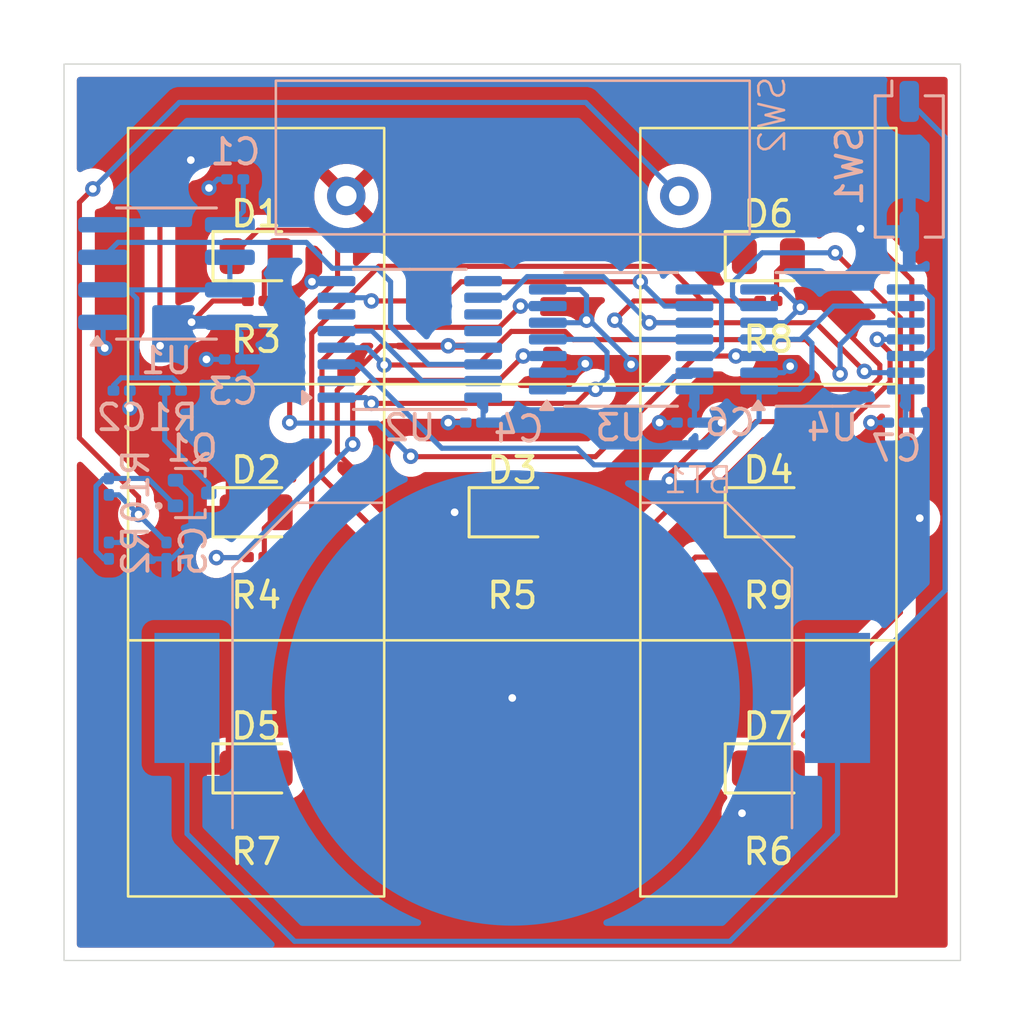
<source format=kicad_pcb>
(kicad_pcb (version 20241229) (generator "pcbnew") (generator_version "9.0")
  (layers (0 "F.Cu" signal) (2 "B.Cu" signal) (13 "F.Paste" user) (15 "B.Paste" user) (5 "F.SilkS" user "F.Silkscreen") (7 "B.SilkS" user "B.Silkscreen") (1 "F.Mask" user) (3 "B.Mask" user) (25 "Edge.Cuts" user))
  (net 0 "")
  (net 1 "Net-(BT1-+)")
  (net 2 "GND")
  (net 3 "Net-(U1-CV)")
  (net 4 "Net-(U1-DIS)")
  (net 5 "+3.3V")
  (net 6 "Net-(SW2-B)")
  (net 7 "UPPER_LEFT")
  (net 8 "Net-(D1-A)")
  (net 9 "Net-(D2-A)")
  (net 10 "Net-(D3-A)")
  (net 11 "Net-(D4-A)")
  (net 12 "Net-(D5-A)")
  (net 13 "Net-(D6-A)")
  (net 14 "LOWER_RIGHT")
  (net 15 "Net-(D7-A)")
  (net 16 "Net-(Q1-B)")
  (net 17 "Net-(Q1-C)")
  (net 18 "CENTER_LEFT")
  (net 19 "CENTER")
  (net 20 "DIAG2")
  (net 21 "CENTER_RIGHT")
  (net 22 "Net-(U1-Q)")
  (net 23 "ROLL4")
  (net 24 "ROLL3")
  (net 27 "Net-(U2-Q6)")
  (net 29 "ROLL6")
  (net 30 "ROLL1")
  (net 32 "ROLL5")
  (net 34 "Net-(U3-Pad12)")
  (net 35 "Net-(U4-Pad12)")
  (footprint "Resistor_SMD:R_0201_0603Metric" (layer "F.Cu") (at 102.5 39.25)
    (property "Reference" "R8" (at 0 1.5 0) (layer "F.SilkS"))
    (property "Value" "220Ω")
    (pad "1" smd roundrect (at -0.32 0) (size 0.46 0.4) (layers "F.Cu" "F.Mask") (net 20 "DIAG2"))
    (pad "2" smd roundrect (at 0.32 0) (size 0.46 0.4) (layers "F.Cu" "F.Mask") (net 13 "Net-(D6-A)"))
  )
  (footprint "Resistor_SMD:R_0201_0603Metric" (layer "F.Cu") (at 82.5 39.25)
    (property "Reference" "R3" (at 0 1.5 0) (layer "F.SilkS"))
    (property "Value" "220Ω")
    (pad "1" smd roundrect (at -0.32 0) (size 0.46 0.4) (layers "F.Cu" "F.Mask") (net 5 "+3.3V"))
    (pad "2" smd roundrect (at 0.32 0) (size 0.46 0.4) (layers "F.Cu" "F.Mask") (net 8 "Net-(D1-A)"))
  )
  (footprint "LED_SMD:LED_0805_2012Metric" (layer "F.Cu") (at 102.5 37.5)
    (property "Reference" "D6" (at 0 -1.65 0) (layer "F.SilkS"))
    (property "Value" "LED")
    (pad "1" smd roundrect (at -0.9375 0) (size 0.975 1.4) (layers "F.Cu" "F.Mask" "F.Paste") (net 2 "GND"))
    (pad "2" smd roundrect (at 0.9375 0) (size 0.975 1.4) (layers "F.Cu" "F.Mask" "F.Paste") (net 13 "Net-(D6-A)"))
  )
  (footprint "Resistor_SMD:R_0201_0603Metric" (layer "F.Cu") (at 82.5 59.25)
    (property "Reference" "R7" (at 0 1.5 0) (layer "F.SilkS"))
    (property "Value" "220Ω")
    (pad "1" smd roundrect (at -0.32 0) (size 0.46 0.4) (layers "F.Cu" "F.Mask") (net 20 "DIAG2"))
    (pad "2" smd roundrect (at 0.32 0) (size 0.46 0.4) (layers "F.Cu" "F.Mask") (net 12 "Net-(D5-A)"))
  )
  (footprint "LED_SMD:LED_0805_2012Metric" (layer "F.Cu") (at 82.5 37.5)
    (property "Reference" "D1" (at 0 -1.65 0) (layer "F.SilkS"))
    (property "Value" "LED")
    (pad "1" smd roundrect (at -0.9375 0) (size 0.975 1.4) (layers "F.Cu" "F.Mask" "F.Paste") (net 7 "UPPER_LEFT"))
    (pad "2" smd roundrect (at 0.9375 0) (size 0.975 1.4) (layers "F.Cu" "F.Mask" "F.Paste") (net 8 "Net-(D1-A)"))
  )
  (footprint "Resistor_SMD:R_0201_0603Metric" (layer "F.Cu") (at 102.5 59.25)
    (property "Reference" "R6" (at 0 1.5 0) (layer "F.SilkS"))
    (property "Value" "220Ω")
    (pad "1" smd roundrect (at -0.32 0) (size 0.46 0.4) (layers "F.Cu" "F.Mask") (net 5 "+3.3V"))
    (pad "2" smd roundrect (at 0.32 0) (size 0.46 0.4) (layers "F.Cu" "F.Mask") (net 15 "Net-(D7-A)"))
  )
  (footprint "Resistor_SMD:R_0201_0603Metric" (layer "F.Cu") (at 92.5 49.25)
    (property "Reference" "R5" (at 0 1.5 0) (layer "F.SilkS"))
    (property "Value" "220Ω")
    (pad "1" smd roundrect (at -0.32 0) (size 0.46 0.4) (layers "F.Cu" "F.Mask") (net 19 "CENTER"))
    (pad "2" smd roundrect (at 0.32 0) (size 0.46 0.4) (layers "F.Cu" "F.Mask") (net 10 "Net-(D3-A)"))
  )
  (footprint "Resistor_SMD:R_0201_0603Metric" (layer "F.Cu") (at 102.5 49.25)
    (property "Reference" "R9" (at 0 1.5 0) (layer "F.SilkS"))
    (property "Value" "220Ω")
    (pad "1" smd roundrect (at -0.32 0) (size 0.46 0.4) (layers "F.Cu" "F.Mask") (net 21 "CENTER_RIGHT"))
    (pad "2" smd roundrect (at 0.32 0) (size 0.46 0.4) (layers "F.Cu" "F.Mask") (net 11 "Net-(D4-A)"))
  )
  (footprint "Resistor_SMD:R_0201_0603Metric" (layer "F.Cu") (at 82.5 49.25)
    (property "Reference" "R4" (at 0 1.5 0) (layer "F.SilkS"))
    (property "Value" "220Ω")
    (pad "1" smd roundrect (at -0.32 0) (size 0.46 0.4) (layers "F.Cu" "F.Mask") (net 18 "CENTER_LEFT"))
    (pad "2" smd roundrect (at 0.32 0) (size 0.46 0.4) (layers "F.Cu" "F.Mask") (net 9 "Net-(D2-A)"))
  )
  (footprint "LED_SMD:LED_0805_2012Metric" (layer "F.Cu") (at 102.5 57.5)
    (property "Reference" "D7" (at 0 -1.65 0) (layer "F.SilkS"))
    (property "Value" "LED")
    (pad "1" smd roundrect (at -0.9375 0) (size 0.975 1.4) (layers "F.Cu" "F.Mask" "F.Paste") (net 14 "LOWER_RIGHT"))
    (pad "2" smd roundrect (at 0.9375 0) (size 0.975 1.4) (layers "F.Cu" "F.Mask" "F.Paste") (net 15 "Net-(D7-A)"))
  )
  (footprint "LED_SMD:LED_0805_2012Metric" (layer "F.Cu") (at 102.5 47.5)
    (property "Reference" "D4" (at 0 -1.65 0) (layer "F.SilkS"))
    (property "Value" "LED")
    (pad "1" smd roundrect (at -0.9375 0) (size 0.975 1.4) (layers "F.Cu" "F.Mask" "F.Paste") (net 2 "GND"))
    (pad "2" smd roundrect (at 0.9375 0) (size 0.975 1.4) (layers "F.Cu" "F.Mask" "F.Paste") (net 11 "Net-(D4-A)"))
  )
  (footprint "LED_SMD:LED_0805_2012Metric" (layer "F.Cu") (at 92.5 47.5)
    (property "Reference" "D3" (at 0 -1.65 0) (layer "F.SilkS"))
    (property "Value" "LED")
    (pad "1" smd roundrect (at -0.9375 0) (size 0.975 1.4) (layers "F.Cu" "F.Mask" "F.Paste") (net 2 "GND"))
    (pad "2" smd roundrect (at 0.9375 0) (size 0.975 1.4) (layers "F.Cu" "F.Mask" "F.Paste") (net 10 "Net-(D3-A)"))
  )
  (footprint "LED_SMD:LED_0805_2012Metric" (layer "F.Cu") (at 82.5 57.5)
    (property "Reference" "D5" (at 0 -1.65 0) (layer "F.SilkS"))
    (property "Value" "LED")
    (pad "1" smd roundrect (at -0.9375 0) (size 0.975 1.4) (layers "F.Cu" "F.Mask" "F.Paste") (net 2 "GND"))
    (pad "2" smd roundrect (at 0.9375 0) (size 0.975 1.4) (layers "F.Cu" "F.Mask" "F.Paste") (net 12 "Net-(D5-A)"))
  )
  (footprint "LED_SMD:LED_0805_2012Metric" (layer "F.Cu") (at 82.5 47.5)
    (property "Reference" "D2" (at 0 -1.65 0) (layer "F.SilkS"))
    (property "Value" "LED")
    (pad "1" smd roundrect (at -0.9375 0) (size 0.975 1.4) (layers "F.Cu" "F.Mask" "F.Paste") (net 2 "GND"))
    (pad "2" smd roundrect (at 0.9375 0) (size 0.975 1.4) (layers "F.Cu" "F.Mask" "F.Paste") (net 9 "Net-(D2-A)"))
  )
  (footprint "Capacitor_SMD:C_0201_0603Metric" (layer "B.Cu") (at 91 44 180)
    (property "Reference" "C4" (at -1.75 -0.25 0) (layer "B.SilkS") (effects (justify mirror)))
    (property "Value" "100nF")
    (pad "1" smd roundrect (at -0.32 0 180) (size 0.46 0.4) (layers "B.Cu" "B.Mask") (net 5 "+3.3V"))
    (pad "2" smd roundrect (at 0.32 0 180) (size 0.46 0.4) (layers "B.Cu" "B.Mask") (net 2 "GND"))
  )
  (footprint "Resistor_SMD:R_0201_0603Metric" (layer "B.Cu") (at 76.75 46.5 90)
    (property "Reference" "R10" (at 0 1.05 90) (layer "B.SilkS") (effects (justify mirror)))
    (property "Value" "10MΩ")
    (pad "1" smd roundrect (at -0.32 0 90) (size 0.46 0.4) (layers "B.Cu" "B.Mask") (net 6 "Net-(SW2-B)"))
    (pad "2" smd roundrect (at 0.32 0 90) (size 0.46 0.4) (layers "B.Cu" "B.Mask") (net 16 "Net-(Q1-B)"))
  )
  (footprint "Capacitor_SMD:C_0201_0603Metric" (layer "B.Cu") (at 81.59 41.53 180)
    (property "Reference" "C3" (at 0 -1.25 0) (layer "B.SilkS") (effects (justify mirror)))
    (property "Value" "100nF")
    (pad "1" smd roundrect (at -0.32 0 180) (size 0.46 0.4) (layers "B.Cu" "B.Mask") (net 5 "+3.3V"))
    (pad "2" smd roundrect (at 0.32 0 180) (size 0.46 0.4) (layers "B.Cu" "B.Mask") (net 2 "GND"))
  )
  (footprint "Resistor_SMD:R_0201_0603Metric" (layer "B.Cu") (at 76.75 49 90)
    (property "Reference" "R2" (at 0 1.05 90) (layer "B.SilkS") (effects (justify mirror)))
    (property "Value" "3.3MΩ")
    (pad "1" smd roundrect (at -0.32 0 90) (size 0.46 0.4) (layers "B.Cu" "B.Mask") (net 16 "Net-(Q1-B)"))
    (pad "2" smd roundrect (at 0.32 0 90) (size 0.46 0.4) (layers "B.Cu" "B.Mask") (net 5 "+3.3V"))
  )
  (footprint "Package_TO_SOT_SMD:SOT-416" (layer "B.Cu") (at 80 46.75)
    (property "Reference" "Q1" (at 0 -1.75 180) (layer "B.SilkS") (effects (justify mirror)))
    (property "Value" "2SA1774T1G")
    (pad "1" smd roundrect (at -0.65 0.5) (size 0.6 0.5) (layers "B.Cu" "B.Mask" "B.Paste") (net 16 "Net-(Q1-B)"))
    (pad "2" smd roundrect (at -0.65 -0.5) (size 0.6 0.5) (layers "B.Cu" "B.Mask" "B.Paste") (net 5 "+3.3V"))
    (pad "3" smd roundrect (at 0.65 0) (size 0.6 0.5) (layers "B.Cu" "B.Mask" "B.Paste") (net 17 "Net-(Q1-C)"))
  )
  (footprint "footprints:4081" (layer "B.Cu") (at 92.52 35.151)
    (property "Reference" "SW2" (at 10.13 -3.161 90) (layer "B.SilkS") (effects (font (thickness 0.1)) (justify mirror)))
    (property "Value" "4081 Vibration Switch")
    (pad "1" thru_hole circle (at -6.5 0) (size 1.5 1.5) (drill 0.8) (layers "*.Cu" "*.Mask") (net 2 "GND"))
    (pad "2" thru_hole circle (at 6.5 0) (size 1.5 1.5) (drill 0.8) (layers "*.Cu" "*.Mask") (net 6 "Net-(SW2-B)"))
  )
  (footprint "Capacitor_SMD:C_0201_0603Metric" (layer "B.Cu") (at 81.68 34.5 180)
    (property "Reference" "C1" (at -0.01 1.07 0) (layer "B.SilkS") (effects (justify mirror)))
    (property "Value" "10nF")
    (pad "1" smd roundrect (at -0.32 0 180) (size 0.46 0.4) (layers "B.Cu" "B.Mask") (net 3 "Net-(U1-CV)"))
    (pad "2" smd roundrect (at 0.32 0 180) (size 0.46 0.4) (layers "B.Cu" "B.Mask") (net 2 "GND"))
  )
  (footprint "Capacitor_SMD:C_0201_0603Metric" (layer "B.Cu") (at 107.5 44 180)
    (property "Reference" "C7" (at 0 -1 0) (layer "B.SilkS") (effects (justify mirror)))
    (property "Value" "100nF")
    (pad "1" smd roundrect (at -0.32 0 180) (size 0.46 0.4) (layers "B.Cu" "B.Mask") (net 5 "+3.3V"))
    (pad "2" smd roundrect (at 0.32 0 180) (size 0.46 0.4) (layers "B.Cu" "B.Mask") (net 2 "GND"))
  )
  (footprint "Capacitor_SMD:C_0201_0603Metric" (layer "B.Cu") (at 79 49 90)
    (property "Reference" "C5" (at 0 1.05 90) (layer "B.SilkS") (effects (justify mirror)))
    (property "Value" "1μF")
    (pad "1" smd roundrect (at -0.32 0 90) (size 0.46 0.4) (layers "B.Cu" "B.Mask") (net 5 "+3.3V"))
    (pad "2" smd roundrect (at 0.32 0 90) (size 0.46 0.4) (layers "B.Cu" "B.Mask") (net 6 "Net-(SW2-B)"))
  )
  (footprint "Package_SO:TSSOP-14_4.4x5mm_P0.65mm" (layer "B.Cu") (at 96.75 40.75)
    (property "Reference" "U3" (at 0 3.45 180) (layer "B.SilkS") (effects (justify mirror)))
    (property "Value" "74LCX32FT")
    (pad "1" smd roundrect (at -2.8625 1.95) (size 1.475 0.4) (layers "B.Cu" "B.Mask" "B.Paste") (net 29 "ROLL6"))
    (pad "2" smd roundrect (at -2.8625 1.3) (size 1.475 0.4) (layers "B.Cu" "B.Mask" "B.Paste") (net 2 "GND"))
    (pad "3" smd roundrect (at -2.8625 0.65) (size 1.475 0.4) (layers "B.Cu" "B.Mask" "B.Paste") (net 18 "CENTER_LEFT"))
    (pad "4" smd roundrect (at -2.8625 0) (size 1.475 0.4) (layers "B.Cu" "B.Mask" "B.Paste") (net 29 "ROLL6"))
    (pad "5" smd roundrect (at -2.8625 -0.65) (size 1.475 0.4) (layers "B.Cu" "B.Mask" "B.Paste") (net 2 "GND"))
    (pad "6" smd roundrect (at -2.8625 -1.3) (size 1.475 0.4) (layers "B.Cu" "B.Mask" "B.Paste") (net 21 "CENTER_RIGHT"))
    (pad "7" smd roundrect (at -2.8625 -1.95) (size 1.475 0.4) (layers "B.Cu" "B.Mask" "B.Paste") (net 2 "GND"))
    (pad "8" smd roundrect (at 2.8625 -1.95) (size 1.475 0.4) (layers "B.Cu" "B.Mask" "B.Paste") (net 34 "Net-(U3-Pad12)"))
    (pad "9" smd roundrect (at 2.8625 -1.3) (size 1.475 0.4) (layers "B.Cu" "B.Mask" "B.Paste") (net 23 "ROLL4"))
    (pad "10" smd roundrect (at 2.8625 -0.65) (size 1.475 0.4) (layers "B.Cu" "B.Mask" "B.Paste") (net 32 "ROLL5"))
    (pad "11" smd roundrect (at 2.8625 0) (size 1.475 0.4) (layers "B.Cu" "B.Mask" "B.Paste") (net 20 "DIAG2"))
    (pad "12" smd roundrect (at 2.8625 0.65) (size 1.475 0.4) (layers "B.Cu" "B.Mask" "B.Paste") (net 34 "Net-(U3-Pad12)"))
    (pad "13" smd roundrect (at 2.8625 1.3) (size 1.475 0.4) (layers "B.Cu" "B.Mask" "B.Paste") (net 29 "ROLL6"))
    (pad "14" smd roundrect (at 2.8625 1.95) (size 1.475 0.4) (layers "B.Cu" "B.Mask" "B.Paste") (net 5 "+3.3V"))
  )
  (footprint "Button_Switch_SMD:SW_DIP_SPSTx01_Slide_Copal_CHS-01A_W5.08mm_P1.27mm_JPin" (layer "B.Cu") (at 108 34 -90)
    (property "Reference" "SW1" (at 0 2.33 90) (layer "B.SilkS") (effects (justify mirror)))
    (property "Value" "SW_SPST")
    (pad "1" smd roundrect (at -2.54 0 270) (size 1.6 0.76) (layers "B.Cu" "B.Mask" "B.Paste") (net 1 "Net-(BT1-+)"))
    (pad "2" smd roundrect (at 2.54 0 270) (size 1.6 0.76) (layers "B.Cu" "B.Mask" "B.Paste") (net 5 "+3.3V"))
  )
  (footprint "footprints:BAT-HLD-001" (layer "B.Cu") (at 92.5 54.75 180)
    (property "Reference" "BT1" (at -7.25 8.5 0) (layer "B.SilkS") (effects (font (thickness 0.1)) (justify mirror)))
    (property "Value" "Battery_Cell")
    (pad "1" smd rect (at -12.7 0 180) (size 2.54 5.08) (layers "B.Cu" "B.Mask" "B.Paste") (net 1 "Net-(BT1-+)"))
    (pad "1" smd rect (at 12.7 0 180) (size 2.54 5.08) (layers "B.Cu" "B.Mask" "B.Paste") (net 1 "Net-(BT1-+)"))
    (pad "2" smd circle (at 0 0 180) (size 17.78 17.78) (layers "B.Cu" "B.Mask" "B.Paste") (net 2 "GND"))
  )
  (footprint "Package_SO:TSSOP-16_4.4x5mm_P0.65mm" (layer "B.Cu") (at 88.5 40.75)
    (property "Reference" "U2" (at 0 3.45 180) (layer "B.SilkS") (effects (justify mirror)))
    (property "Value" "74HC4017PW")
    (pad "1" smd roundrect (at -2.8625 2.275) (size 1.475 0.4) (layers "B.Cu" "B.Mask" "B.Paste") (net 29 "ROLL6"))
    (pad "2" smd roundrect (at -2.8625 1.625) (size 1.475 0.4) (layers "B.Cu" "B.Mask" "B.Paste"))
    (pad "3" smd roundrect (at -2.8625 0.975) (size 1.475 0.4) (layers "B.Cu" "B.Mask" "B.Paste") (net 30 "ROLL1"))
    (pad "4" smd roundrect (at -2.8625 0.325) (size 1.475 0.4) (layers "B.Cu" "B.Mask" "B.Paste") (net 24 "ROLL3"))
    (pad "5" smd roundrect (at -2.8625 -0.325) (size 1.475 0.4) (layers "B.Cu" "B.Mask" "B.Paste") (net 27 "Net-(U2-Q6)"))
    (pad "6" smd roundrect (at -2.8625 -0.975) (size 1.475 0.4) (layers "B.Cu" "B.Mask" "B.Paste"))
    (pad "7" smd roundrect (at -2.8625 -1.625) (size 1.475 0.4) (layers "B.Cu" "B.Mask" "B.Paste") (net 23 "ROLL4"))
    (pad "8" smd roundrect (at -2.8625 -2.275) (size 1.475 0.4) (layers "B.Cu" "B.Mask" "B.Paste") (net 2 "GND"))
    (pad "9" smd roundrect (at 2.8625 -2.275) (size 1.475 0.4) (layers "B.Cu" "B.Mask" "B.Paste"))
    (pad "10" smd roundrect (at 2.8625 -1.625) (size 1.475 0.4) (layers "B.Cu" "B.Mask" "B.Paste") (net 32 "ROLL5"))
    (pad "11" smd roundrect (at 2.8625 -0.975) (size 1.475 0.4) (layers "B.Cu" "B.Mask" "B.Paste"))
    (pad "12" smd roundrect (at 2.8625 -0.325) (size 1.475 0.4) (layers "B.Cu" "B.Mask" "B.Paste"))
    (pad "13" smd roundrect (at 2.8625 0.325) (size 1.475 0.4) (layers "B.Cu" "B.Mask" "B.Paste") (net 2 "GND"))
    (pad "14" smd roundrect (at 2.8625 0.975) (size 1.475 0.4) (layers "B.Cu" "B.Mask" "B.Paste") (net 22 "Net-(U1-Q)"))
    (pad "15" smd roundrect (at 2.8625 1.625) (size 1.475 0.4) (layers "B.Cu" "B.Mask" "B.Paste") (net 27 "Net-(U2-Q6)"))
    (pad "16" smd roundrect (at 2.8625 2.275) (size 1.475 0.4) (layers "B.Cu" "B.Mask" "B.Paste") (net 5 "+3.3V"))
  )
  (footprint "Package_SO:TSSOP-14_4.4x5mm_P0.65mm" (layer "B.Cu") (at 105 40.75)
    (property "Reference" "U4" (at 0 3.45 180) (layer "B.SilkS") (effects (justify mirror)))
    (property "Value" "74LCX32FT")
    (pad "1" smd roundrect (at -2.8625 1.95) (size 1.475 0.4) (layers "B.Cu" "B.Mask" "B.Paste") (net 30 "ROLL1"))
    (pad "2" smd roundrect (at -2.8625 1.3) (size 1.475 0.4) (layers "B.Cu" "B.Mask" "B.Paste") (net 2 "GND"))
    (pad "3" smd roundrect (at -2.8625 0.65) (size 1.475 0.4) (layers "B.Cu" "B.Mask" "B.Paste") (net 7 "UPPER_LEFT"))
    (pad "4" smd roundrect (at -2.8625 0) (size 1.475 0.4) (layers "B.Cu" "B.Mask" "B.Paste") (net 30 "ROLL1"))
    (pad "5" smd roundrect (at -2.8625 -0.65) (size 1.475 0.4) (layers "B.Cu" "B.Mask" "B.Paste") (net 2 "GND"))
    (pad "6" smd roundrect (at -2.8625 -1.3) (size 1.475 0.4) (layers "B.Cu" "B.Mask" "B.Paste") (net 14 "LOWER_RIGHT"))
    (pad "7" smd roundrect (at -2.8625 -1.95) (size 1.475 0.4) (layers "B.Cu" "B.Mask" "B.Paste") (net 2 "GND"))
    (pad "8" smd roundrect (at 2.8625 -1.95) (size 1.475 0.4) (layers "B.Cu" "B.Mask" "B.Paste") (net 35 "Net-(U4-Pad12)"))
    (pad "9" smd roundrect (at 2.8625 -1.3) (size 1.475 0.4) (layers "B.Cu" "B.Mask" "B.Paste") (net 30 "ROLL1"))
    (pad "10" smd roundrect (at 2.8625 -0.65) (size 1.475 0.4) (layers "B.Cu" "B.Mask" "B.Paste") (net 24 "ROLL3"))
    (pad "11" smd roundrect (at 2.8625 0) (size 1.475 0.4) (layers "B.Cu" "B.Mask" "B.Paste") (net 19 "CENTER"))
    (pad "12" smd roundrect (at 2.8625 0.65) (size 1.475 0.4) (layers "B.Cu" "B.Mask" "B.Paste") (net 35 "Net-(U4-Pad12)"))
    (pad "13" smd roundrect (at 2.8625 1.3) (size 1.475 0.4) (layers "B.Cu" "B.Mask" "B.Paste") (net 32 "ROLL5"))
    (pad "14" smd roundrect (at 2.8625 1.95) (size 1.475 0.4) (layers "B.Cu" "B.Mask" "B.Paste") (net 5 "+3.3V"))
  )
  (footprint "Capacitor_SMD:C_0201_0603Metric" (layer "B.Cu") (at 77.25 42.75)
    (property "Reference" "C2" (at 0 1.05 180) (layer "B.SilkS") (effects (justify mirror)))
    (property "Value" "100nF")
    (pad "1" smd roundrect (at -0.32 0) (size 0.46 0.4) (layers "B.Cu" "B.Mask") (net 4 "Net-(U1-DIS)"))
    (pad "2" smd roundrect (at 0.32 0) (size 0.46 0.4) (layers "B.Cu" "B.Mask") (net 2 "GND"))
  )
  (footprint "Resistor_SMD:R_0201_0603Metric" (layer "B.Cu") (at 79.25 42.75)
    (property "Reference" "R1" (at 0 1.05 180) (layer "B.SilkS") (effects (justify mirror)))
    (property "Value" "10kΩ")
    (pad "1" smd roundrect (at -0.32 0) (size 0.46 0.4) (layers "B.Cu" "B.Mask") (net 17 "Net-(Q1-C)"))
    (pad "2" smd roundrect (at 0.32 0) (size 0.46 0.4) (layers "B.Cu" "B.Mask") (net 4 "Net-(U1-DIS)"))
  )
  (footprint "Capacitor_SMD:C_0201_0603Metric" (layer "B.Cu") (at 99.25 44 180)
    (property "Reference" "C6" (at -1.75 0 0) (layer "B.SilkS") (effects (justify mirror)))
    (property "Value" "100nF")
    (pad "1" smd roundrect (at -0.32 0 180) (size 0.46 0.4) (layers "B.Cu" "B.Mask") (net 5 "+3.3V"))
    (pad "2" smd roundrect (at 0.32 0 180) (size 0.46 0.4) (layers "B.Cu" "B.Mask") (net 2 "GND"))
  )
  (footprint "Package_SO:SOIC-8_3.9x4.9mm_P1.27mm" (layer "B.Cu") (at 79 38.18)
    (property "Reference" "U1" (at 0 3.4 180) (layer "B.SilkS") (effects (justify mirror)))
    (property "Value" "LMC555xM")
    (pad "1" smd roundrect (at -2.475 1.905) (size 1.95 0.6) (layers "B.Cu" "B.Mask" "B.Paste") (net 2 "GND"))
    (pad "2" smd roundrect (at -2.475 0.635) (size 1.95 0.6) (layers "B.Cu" "B.Mask" "B.Paste") (net 4 "Net-(U1-DIS)"))
    (pad "3" smd roundrect (at -2.475 -0.635) (size 1.95 0.6) (layers "B.Cu" "B.Mask" "B.Paste") (net 22 "Net-(U1-Q)"))
    (pad "4" smd roundrect (at -2.475 -1.905) (size 1.95 0.6) (layers "B.Cu" "B.Mask" "B.Paste") (net 5 "+3.3V"))
    (pad "5" smd roundrect (at 2.475 -1.905) (size 1.95 0.6) (layers "B.Cu" "B.Mask" "B.Paste") (net 3 "Net-(U1-CV)"))
    (pad "6" smd roundrect (at 2.475 -0.635) (size 1.95 0.6) (layers "B.Cu" "B.Mask" "B.Paste") (net 4 "Net-(U1-DIS)"))
    (pad "7" smd roundrect (at 2.475 0.635) (size 1.95 0.6) (layers "B.Cu" "B.Mask" "B.Paste") (net 4 "Net-(U1-DIS)"))
    (pad "8" smd roundrect (at 2.475 1.905) (size 1.95 0.6) (layers "B.Cu" "B.Mask" "B.Paste") (net 5 "+3.3V"))
  )
  (gr_rect (start 97.5 42.5) (end 107.5 52.5) (stroke (width 0.1)) (fill no) (layer "F.SilkS"))
  (gr_rect (start 97.5 32.5) (end 107.5 42.5) (stroke (width 0.1)) (fill no) (layer "F.SilkS"))
  (gr_rect (start 77.5 42.5) (end 87.5 52.5) (stroke (width 0.1)) (fill no) (layer "F.SilkS"))
  (gr_rect (start 77.5 32.5) (end 87.5 42.5) (stroke (width 0.1)) (fill no) (layer "F.SilkS"))
  (gr_rect (start 87.5 42.5) (end 97.5 52.5) (stroke (width 0.1)) (fill no) (layer "F.SilkS"))
  (gr_rect (start 77.5 52.5) (end 87.5 62.5) (stroke (width 0.1)) (fill no) (layer "F.SilkS"))
  (gr_rect (start 97.5 52.5) (end 107.5 62.5) (stroke (width 0.1)) (fill no) (layer "F.SilkS"))
  (gr_rect (start 75 30) (end 110 65) (stroke (width 0.05)) (fill no) (layer "Edge.Cuts"))
  (segment (start 84 64.25) (end 101 64.25) (width 0.2) (layer "B.Cu") (net 1))
  (segment (start 79.8 54.75) (end 79.8 60.05) (width 0.2) (layer "B.Cu") (net 1))
  (segment (start 109.399 32.859) (end 109.399 50.551) (width 0.2) (layer "B.Cu") (net 1))
  (segment (start 101 64.25) (end 105.2 60.05) (width 0.2) (layer "B.Cu") (net 1))
  (segment (start 79.8 60.05) (end 84 64.25) (width 0.2) (layer "B.Cu") (net 1))
  (segment (start 109.399 50.551) (end 105.2 54.75) (width 0.2) (layer "B.Cu") (net 1))
  (segment (start 105.2 60.05) (end 105.2 54.75) (width 0.2) (layer "B.Cu") (net 1))
  (segment (start 108 31.46) (end 109.399 32.859) (width 0.2) (layer "B.Cu") (net 1))
  (segment (start 103.35 41.8) (end 104.251 42.701) (width 0.2) (layer "F.Cu") (net 2))
  (segment (start 104.599943 39.5) (end 103.748717 39.5) (width 0.2) (layer "F.Cu") (net 2))
  (segment (start 82.18 41) (end 81.94 41.24) (width 0.2) (layer "F.Cu") (net 2))
  (segment (start 81.65 41.53) (end 80.56 41.53) (width 0.2) (layer "F.Cu") (net 2))
  (segment (start 85.669 45.179) (end 86.52 46.03) (width 0.2) (layer "F.Cu") (net 2))
  (segment (start 104.251 42.701) (end 106.398943 42.701) (width 0.2) (layer "F.Cu") (net 2))
  (segment (start 91.5625 47.5) (end 90.25 47.5) (width 0.2) (layer "F.Cu") (net 2))
  (segment (start 106.851 42.248943) (end 106.851 41.751057) (width 0.2) (layer "F.Cu") (net 2))
  (segment (start 90 41) (end 87.400057 41) (width 0.2) (layer "F.Cu") (net 2))
  (segment (start 85.669 42.731057) (end 85.669 45.179) (width 0.2) (layer "F.Cu") (net 2))
  (segment (start 84.68 38.5) (end 82.18 41) (width 0.2) (layer "F.Cu") (net 2))
  (segment (start 106.851 41.751057) (end 104.599943 39.5) (width 0.2) (layer "F.Cu") (net 2))
  (segment (start 106.398943 42.701) (end 106.851 42.248943) (width 0.2) (layer "F.Cu") (net 2))
  (segment (start 81.94 41.24) (end 81.65 41.53) (width 0.2) (layer "F.Cu") (net 2))
  (segment (start 87.400057 41) (end 85.669 42.731057) (width 0.2) (layer "F.Cu") (net 2))
  (via (at 80.66 34.84) (size 0.6) (drill 0.3) (layers "F.Cu" "B.Cu") (net 2))
  (via (at 80.56 41.53) (size 0.6) (drill 0.3) (layers "F.Cu" "B.Cu") (net 2))
  (via (at 97.14 41.73) (size 0.6) (drill 0.3) (layers "F.Cu" "B.Cu") (net 2))
  (via (at 98.25 44) (size 0.6) (drill 0.3) (layers "F.Cu" "B.Cu") (net 2))
  (via (at 77.57 43.43) (size 0.6) (drill 0.3) (layers "F.Cu" "B.Cu") (net 2))
  (via (at 103.748717 39.5) (size 0.6) (drill 0.3) (layers "F.Cu" "B.Cu") (net 2))
  (via (at 76.59 41.09) (size 0.6) (drill 0.3) (layers "F.Cu" "B.Cu") (net 2))
  (via (at 92.5 54.75) (size 0.6) (drill 0.3) (layers "F.Cu" "B.Cu") (net 2))
  (via (at 95.35 41.7) (size 0.6) (drill 0.3) (layers "F.Cu" "B.Cu") (net 2))
  (via (at 106.5 44) (size 0.6) (drill 0.3) (layers "F.Cu" "B.Cu") (net 2))
  (via (at 103.35 41.8) (size 0.6) (drill 0.3) (layers "F.Cu" "B.Cu") (net 2))
  (via (at 90 41) (size 0.6) (drill 0.3) (layers "F.Cu" "B.Cu") (net 2))
  (via (at 90.25 47.5) (size 0.6) (drill 0.3) (layers "F.Cu" "B.Cu") (net 2))
  (via (at 90 44) (size 0.6) (drill 0.3) (layers "F.Cu" "B.Cu") (net 2))
  (via (at 95.4 40) (size 0.6) (drill 0.3) (layers "F.Cu" "B.Cu") (net 2))
  (via (at 84.68 38.5) (size 0.6) (drill 0.3) (layers "F.Cu" "B.Cu") (net 2))
  (segment (start 103.249358 39.999358) (end 103.148717 40.1) (width 0.2) (layer "B.Cu") (net 2))
  (segment (start 76.525 41.025) (end 76.59 41.09) (width 0.2) (layer "B.Cu") (net 2))
  (segment (start 90.68 44) (end 90 44) (width 0.2) (layer "B.Cu") (net 2))
  (segment (start 95.4 40) (end 95.4 39.05) (width 0.2) (layer "B.Cu") (net 2))
  (segment (start 103.048717 38.8) (end 102.1375 38.8) (width 0.2) (layer "B.Cu") (net 2))
  (segment (start 102.1375 42.05) (end 103.1 42.05) (width 0.2) (layer "B.Cu") (net 2))
  (segment (start 77.57 42.75) (end 77.57 43.43) (width 0.2) (layer "B.Cu") (net 2))
  (segment (start 93.8875 42.05) (end 95 42.05) (width 0.2) (layer "B.Cu") (net 2))
  (segment (start 98.93 44) (end 98.25 44) (width 0.2) (layer "B.Cu") (net 2))
  (segment (start 103.249358 39.999358) (end 103.748717 39.5) (width 0.2) (layer "B.Cu") (net 2))
  (segment (start 103.148717 40.1) (end 102.1375 40.1) (width 0.2) (layer "B.Cu") (net 2))
  (segment (start 90.63013 41) (end 90.70513 41.075) (width 0.2) (layer "B.Cu") (net 2))
  (segment (start 103.1 42.05) (end 103.35 41.8) (width 0.2) (layer "B.Cu") (net 2))
  (segment (start 81.36 34.5) (end 81 34.5) (width 0.2) (layer "B.Cu") (net 2))
  (segment (start 103.748717 39.5) (end 103.048717 38.8) (width 0.2) (layer "B.Cu") (net 2))
  (segment (start 95 42.05) (end 95.35 41.7) (width 0.2) (layer "B.Cu") (net 2))
  (segment (start 95.5171 40) (end 97.14 41.6229) (width 0.2) (layer "B.Cu") (net 2))
  (segment (start 97.14 41.6229) (end 97.14 41.73) (width 0.2) (layer "B.Cu") (net 2))
  (segment (start 95.4 40) (end 95.3 40.1) (width 0.2) (layer "B.Cu") (net 2))
  (segment (start 95.15 38.8) (end 93.8875 38.8) (width 0.2) (layer "B.Cu") (net 2))
  (segment (start 95.4 39.05) (end 95.15 38.8) (width 0.2) (layer "B.Cu") (net 2))
  (segment (start 95.3 40.1) (end 93.8875 40.1) (width 0.2) (layer "B.Cu") (net 2))
  (segment (start 90.70513 41.075) (end 91.3625 41.075) (width 0.2) (layer "B.Cu") (net 2))
  (segment (start 80.56 41.53) (end 81.27 41.53) (width 0.2) (layer "B.Cu") (net 2))
  (segment (start 107.18 44) (end 106.5 44) (width 0.2) (layer "B.Cu") (net 2))
  (segment (start 90 41) (end 90.63013 41) (width 0.2) (layer "B.Cu") (net 2))
  (segment (start 85.6125 38.5) (end 85.6375 38.475) (width 0.2) (layer "B.Cu") (net 2))
  (segment (start 76.525 40.085) (end 76.525 41.025) (width 0.2) (layer "B.Cu") (net 2))
  (segment (start 84.68 38.5) (end 85.6125 38.5) (width 0.2) (layer "B.Cu") (net 2))
  (segment (start 95.4 40) (end 95.5171 40) (width 0.2) (layer "B.Cu") (net 2))
  (segment (start 81 34.5) (end 80.66 34.84) (width 0.2) (layer "B.Cu") (net 2))
  (segment (start 82 35.75) (end 82 34.5) (width 0.2) (layer "B.Cu") (net 3))
  (segment (start 81.475 36.275) (end 82 35.75) (width 0.2) (layer "B.Cu") (net 3))
  (segment (start 79.22887 42.249) (end 79.461 42.48113) (width 0.2) (layer "B.Cu") (net 4))
  (segment (start 77.230001 42.25) (end 77.84 42.25) (width 0.2) (layer "B.Cu") (net 4))
  (segment (start 79.461 42.48113) (end 79.461 42.641) (width 0.2) (layer "B.Cu") (net 4))
  (segment (start 76.525 38.815) (end 81.475 38.815) (width 0.2) (layer "B.Cu") (net 4))
  (segment (start 76.93 42.75) (end 76.93 42.550001) (width 0.2) (layer "B.Cu") (net 4))
  (segment (start 76.93 42.550001) (end 77.230001 42.25) (width 0.2) (layer "B.Cu") (net 4))
  (segment (start 78.63113 42.249) (end 79.22887 42.249) (width 0.2) (layer "B.Cu") (net 4))
  (segment (start 81.475 38.815) (end 81.475 37.545) (width 0.2) (layer "B.Cu") (net 4))
  (segment (start 79.461 42.641) (end 79.57 42.75) (width 0.2) (layer "B.Cu") (net 4))
  (segment (start 77.84 42.25) (end 78.63013 42.25) (width 0.2) (layer "B.Cu") (net 4))
  (segment (start 78.63013 42.25) (end 78.63113 42.249) (width 0.2) (layer "B.Cu") (net 4))
  (segment (start 77.499999 38.815) (end 76.525 38.815) (width 0.2) (layer "B.Cu") (net 4))
  (segment (start 77.84 39.155001) (end 77.499999 38.815) (width 0.2) (layer "B.Cu") (net 4))
  (segment (start 77.84 42.25) (end 77.84 39.155001) (width 0.2) (layer "B.Cu") (net 4))
  (segment (start 78.744 34.956) (end 79.95 33.75) (width 0.2) (layer "F.Cu") (net 5))
  (segment (start 100.67 44) (end 98.63 46.04) (width 0.2) (layer "F.Cu") (net 5))
  (segment (start 108.1 47.42) (end 108.1 38.43) (width 0.2) (layer "F.Cu") (net 5))
  (segment (start 82.18 39.25) (end 80.81 39.25) (width 0.2) (layer "F.Cu") (net 5))
  (segment (start 78.744 40.994) (end 78.744 34.956) (width 0.2) (layer "F.Cu") (net 5))
  (segment (start 108.1 38.43) (end 106.1 36.43) (width 0.2) (layer "F.Cu") (net 5))
  (segment (start 80.81 39.25) (end 79.98 40.08) (width 0.2) (layer "F.Cu") (net 5))
  (segment (start 108.41 47.73) (end 108.1 47.42) (width 0.2) (layer "F.Cu") (net 5))
  (segment (start 78.75 41) (end 78.744 40.994) (width 0.2) (layer "F.Cu") (net 5))
  (segment (start 102.18 59.25) (end 101.47 59.25) (width 0.2) (layer "F.Cu") (net 5))
  (segment (start 98.63 46.04) (end 98.63 46.26) (width 0.2) (layer "F.Cu") (net 5))
  (via (at 79.98 40.08) (size 0.6) (drill 0.3) (layers "F.Cu" "B.Cu") (net 5))
  (via (at 98.63 46.26) (size 0.6) (drill 0.3) (layers "F.Cu" "B.Cu") (net 5))
  (via (at 78.75 41) (size 0.6) (drill 0.3) (layers "F.Cu" "B.Cu") (net 5))
  (via (at 106.1 36.43) (size 0.6) (drill 0.3) (layers "F.Cu" "B.Cu") (net 5))
  (via (at 101.47 59.25) (size 0.6) (drill 0.3) (layers "F.Cu" "B.Cu") (net 5))
  (via (at 108.41 47.73) (size 0.6) (drill 0.3) (layers "F.Cu" "B.Cu") (net 5))
  (via (at 100.67 44) (size 0.6) (drill 0.3) (layers "F.Cu" "B.Cu") (net 5))
  (via (at 79.95 33.75) (size 0.6) (drill 0.3) (layers "F.Cu" "B.Cu") (net 5))
  (segment (start 99.6125 43.9575) (end 99.57 44) (width 0.2) (layer "B.Cu") (net 5))
  (segment (start 81.91 40.52) (end 81.475 40.085) (width 0.2) (layer "B.Cu") (net 5))
  (segment (start 107.8625 43.9575) (end 107.82 44) (width 0.2) (layer "B.Cu") (net 5))
  (segment (start 91.3625 43.9575) (end 91.32 44) (width 0.2) (layer "B.Cu") (net 5))
  (segment (start 79.951 46.851) (end 79.35 46.25) (width 0.2) (layer "B.Cu") (net 5))
  (segment (start 81.91 41.53) (end 81.91 40.52) (width 0.2) (layer "B.Cu") (net 5))
  (segment (start 81.47 40.08) (end 81.475 40.085) (width 0.2) (layer "B.Cu") (net 5))
  (segment (start 76.75 48.68) (end 77.812 48.68) (width 0.2) (layer "B.Cu") (net 5))
  (segment (start 91.3625 43.025) (end 91.3625 43.9575) (width 0.2) (layer "B.Cu") (net 5))
  (segment (start 79.98 40.08) (end 81.47 40.08) (width 0.2) (layer "B.Cu") (net 5))
  (segment (start 78.452 49.32) (end 79 49.32) (width 0.2) (layer "B.Cu") (net 5))
  (segment (start 79.199999 49.32) (end 79.951 48.568999) (width 0.2) (layer "B.Cu") (net 5))
  (segment (start 107.8625 42.7) (end 107.8625 43.9575) (width 0.2) (layer "B.Cu") (net 5))
  (segment (start 79.951 48.568999) (end 79.951 46.851) (width 0.2) (layer "B.Cu") (net 5))
  (segment (start 99.57 44) (end 100.67 44) (width 0.2) (layer "B.Cu") (net 5))
  (segment (start 77.812 48.68) (end 78.452 49.32) (width 0.2) (layer "B.Cu") (net 5))
  (segment (start 99.6125 42.7) (end 99.6125 43.9575) (width 0.2) (layer "B.Cu") (net 5))
  (segment (start 79 49.32) (end 79.199999 49.32) (width 0.2) (layer "B.Cu") (net 5))
  (segment (start 77.91 46.91) (end 77.91 47.59) (width 0.2) (layer "F.Cu") (net 6))
  (segment (start 75.601 35.399) (end 75.601 44.601) (width 0.2) (layer "F.Cu") (net 6))
  (segment (start 75.601 44.601) (end 77.91 46.91) (width 0.2) (layer "F.Cu") (net 6))
  (segment (start 76.125 34.875) (end 75.601 35.399) (width 0.2) (layer "F.Cu") (net 6))
  (via (at 76.125 34.875) (size 0.6) (drill 0.3) (layers "F.Cu" "B.Cu") (net 6))
  (via (at 77.91 47.59) (size 0.6) (drill 0.3) (layers "F.Cu" "B.Cu") (net 6))
  (segment (start 76.75 46.82) (end 77.14 46.82) (width 0.2) (layer "B.Cu") (net 6))
  (segment (start 95.369 31.5) (end 99.02 35.151) (width 0.2) (layer "B.Cu") (net 6))
  (segment (start 79.5 31.5) (end 95.369 31.5) (width 0.2) (layer "B.Cu") (net 6))
  (segment (start 78.285 47.965) (end 79 48.68) (width 0.2) (layer "B.Cu") (net 6))
  (segment (start 77.91 47.59) (end 78.285 47.965) (width 0.2) (layer "B.Cu") (net 6))
  (segment (start 77.14 46.82) (end 78.285 47.965) (width 0.2) (layer "B.Cu") (net 6))
  (segment (start 76.125 34.875) (end 79.5 31.5) (width 0.2) (layer "B.Cu") (net 6))
  (segment (start 85.68 37.07) (end 85.1 36.49) (width 0.2) (layer "F.Cu") (net 7))
  (segment (start 95.75 45.33) (end 99.68 41.4) (width 0.2) (layer "F.Cu") (net 7))
  (segment (start 83.81 40.28) (end 85.68 38.41) (width 0.2) (layer "F.Cu") (net 7))
  (segment (start 99.68 41.4) (end 101.23 41.4) (width 0.2) (layer "F.Cu") (net 7))
  (segment (start 88.55 45.33) (end 95.75 45.33) (width 0.2) (layer "F.Cu") (net 7))
  (segment (start 82.5725 36.49) (end 81.5625 37.5) (width 0.2) (layer "F.Cu") (net 7))
  (segment (start 85.1 36.49) (end 82.5725 36.49) (width 0.2) (layer "F.Cu") (net 7))
  (segment (start 88.535 45.315) (end 88.55 45.33) (width 0.2) (layer "F.Cu") (net 7))
  (segment (start 85.68 38.41) (end 85.68 37.07) (width 0.2) (layer "F.Cu") (net 7))
  (segment (start 83.81 44) (end 83.81 40.28) (width 0.2) (layer "F.Cu") (net 7))
  (via (at 101.23 41.4) (size 0.6) (drill 0.3) (layers "F.Cu" "B.Cu") (net 7))
  (via (at 83.81 44) (size 0.6) (drill 0.3) (layers "F.Cu" "B.Cu") (net 7))
  (via (at 88.535 45.315) (size 0.6) (drill 0.3) (layers "F.Cu" "B.Cu") (net 7))
  (segment (start 87.24 44.02) (end 83.83 44.02) (width 0.2) (layer "B.Cu") (net 7))
  (segment (start 102.1375 41.4) (end 101.23 41.4) (width 0.2) (layer "B.Cu") (net 7))
  (segment (start 88.535 45.315) (end 87.24 44.02) (width 0.2) (layer "B.Cu") (net 7))
  (segment (start 82.82 39.25) (end 82.82 38.1175) (width 0.2) (layer "F.Cu") (net 8))
  (segment (start 82.82 38.1175) (end 83.4375 37.5) (width 0.2) (layer "F.Cu") (net 8))
  (segment (start 82.82 48.1175) (end 83.4375 47.5) (width 0.2) (layer "F.Cu") (net 9))
  (segment (start 82.82 49.25) (end 82.82 48.1175) (width 0.2) (layer "F.Cu") (net 9))
  (segment (start 92.82 49.25) (end 92.82 48.1175) (width 0.2) (layer "F.Cu") (net 10))
  (segment (start 92.82 48.1175) (end 93.4375 47.5) (width 0.2) (layer "F.Cu") (net 10))
  (segment (start 102.82 48.1175) (end 103.4375 47.5) (width 0.2) (layer "F.Cu") (net 11))
  (segment (start 102.82 49.25) (end 102.82 48.1175) (width 0.2) (layer "F.Cu") (net 11))
  (segment (start 82.82 59.25) (end 82.82 58.1175) (width 0.2) (layer "F.Cu") (net 12))
  (segment (start 82.82 58.1175) (end 83.4375 57.5) (width 0.2) (layer "F.Cu") (net 12))
  (segment (start 102.82 38.1175) (end 103.4375 37.5) (width 0.2) (layer "F.Cu") (net 13))
  (segment (start 102.82 39.25) (end 102.82 38.1175) (width 0.2) (layer "F.Cu") (net 13))
  (segment (start 101.5625 57.5) (end 107.653 51.4095) (width 0.2) (layer "F.Cu") (net 14))
  (segment (start 107.653 51.4095) (end 107.653 39.913) (width 0.2) (layer "F.Cu") (net 14))
  (segment (start 107.653 39.913) (end 105.11 37.37) (width 0.2) (layer "F.Cu") (net 14))
  (via (at 105.11 37.37) (size 0.6) (drill 0.3) (layers "F.Cu" "B.Cu") (net 14))
  (segment (start 101.099 38.53113) (end 101.099 39.06887) (width 0.2) (layer "B.Cu") (net 14))
  (segment (start 102.26013 37.37) (end 101.099 38.53113) (width 0.2) (layer "B.Cu") (net 14))
  (segment (start 101.099 39.06887) (end 101.48013 39.45) (width 0.2) (layer "B.Cu") (net 14))
  (segment (start 101.48013 39.45) (end 102.1375 39.45) (width 0.2) (layer "B.Cu") (net 14))
  (segment (start 105.11 37.37) (end 102.26013 37.37) (width 0.2) (layer "B.Cu") (net 14))
  (segment (start 102.82 59.25) (end 102.82 58.1175) (width 0.2) (layer "F.Cu") (net 15))
  (segment (start 102.82 58.1175) (end 103.4375 57.5) (width 0.2) (layer "F.Cu") (net 15))
  (segment (start 76.75 46.18) (end 76.550001 46.18) (width 0.2) (layer "B.Cu") (net 16))
  (segment (start 79.35 47.25) (end 78.28 46.18) (width 0.2) (layer "B.Cu") (net 16))
  (segment (start 76.550001 49.32) (end 76.75 49.32) (width 0.2) (layer "B.Cu") (net 16))
  (segment (start 78.28 46.18) (end 76.75 46.18) (width 0.2) (layer "B.Cu") (net 16))
  (segment (start 76.249 49.018999) (end 76.550001 49.32) (width 0.2) (layer "B.Cu") (net 16))
  (segment (start 76.550001 46.18) (end 76.249 46.481001) (width 0.2) (layer "B.Cu") (net 16))
  (segment (start 76.249 46.481001) (end 76.249 49.018999) (width 0.2) (layer "B.Cu") (net 16))
  (segment (start 80.65 46.75) (end 80.65 46.4) (width 0.2) (layer "B.Cu") (net 17))
  (segment (start 80.65 46.4) (end 78.93 44.68) (width 0.2) (layer "B.Cu") (net 17))
  (segment (start 78.93 44.68) (end 78.93 42.75) (width 0.2) (layer "B.Cu") (net 17))
  (segment (start 82.16 49.27) (end 82.18 49.25) (width 0.2) (layer "F.Cu") (net 18))
  (segment (start 92.93 41.4) (end 91.979 42.351) (width 0.2) (layer "F.Cu") (net 18))
  (segment (start 91.979 42.351) (end 87.049057 42.351) (width 0.2) (layer "F.Cu") (net 18))
  (segment (start 86.27 43.130057) (end 86.27 44.84) (width 0.2) (layer "F.Cu") (net 18))
  (segment (start 87.049057 42.351) (end 86.27 43.130057) (width 0.2) (layer "F.Cu") (net 18))
  (segment (start 80.95 49.27) (end 82.16 49.27) (width 0.2) (layer "F.Cu") (net 18))
  (via (at 80.95 49.27) (size 0.6) (drill 0.3) (layers "F.Cu" "B.Cu") (net 18))
  (via (at 86.27 44.84) (size 0.6) (drill 0.3) (layers "F.Cu" "B.Cu") (net 18))
  (via (at 92.93 41.4) (size 0.6) (drill 0.3) (layers "F.Cu" "B.Cu") (net 18))
  (segment (start 81.84 49.27) (end 80.95 49.27) (width 0.2) (layer "B.Cu") (net 18))
  (segment (start 86.27 44.84) (end 81.84 49.27) (width 0.2) (layer "B.Cu") (net 18))
  (segment (start 93.8875 41.4) (end 92.93 41.4) (width 0.2) (layer "B.Cu") (net 18))
  (segment (start 105.899 43.768043) (end 105.707043 43.96) (width 0.2) (layer "F.Cu") (net 19))
  (segment (start 107.252 41.252) (end 107.252 42.415043) (width 0.2) (layer "F.Cu") (net 19))
  (segment (start 106.268043 43.399) (end 106.251057 43.399) (width 0.2) (layer "F.Cu") (net 19))
  (segment (start 106.251057 43.399) (end 105.899 43.751057) (width 0.2) (layer "F.Cu") (net 19))
  (segment (start 105.899 43.751057) (end 105.899 43.768043) (width 0.2) (layer "F.Cu") (net 19))
  (segment (start 105.707043 43.96) (end 102.02 43.96) (width 0.2) (layer "F.Cu") (net 19))
  (segment (start 92.5 50.25) (end 92.18 49.93) (width 0.2) (layer "F.Cu") (net 19))
  (segment (start 95.73 50.25) (end 92.5 50.25) (width 0.2) (layer "F.Cu") (net 19))
  (segment (start 92.18 49.93) (end 92.18 49.25) (width 0.2) (layer "F.Cu") (net 19))
  (segment (start 106.75 40.75) (end 107.252 41.252) (width 0.2) (layer "F.Cu") (net 19))
  (segment (start 107.252 42.415043) (end 106.268043 43.399) (width 0.2) (layer "F.Cu") (net 19))
  (segment (start 102.02 43.96) (end 95.73 50.25) (width 0.2) (layer "F.Cu") (net 19))
  (via (at 106.75 40.75) (size 0.6) (drill 0.3) (layers "F.Cu" "B.Cu") (net 19))
  (segment (start 107.8625 40.75) (end 106.75 40.75) (width 0.2) (layer "B.Cu") (net 19))
  (segment (start 82.18 59.25) (end 82.18 59.09013) (width 0.2) (layer "F.Cu") (net 20))
  (segment (start 99.93 39.25) (end 102.18 39.25) (width 0.2) (layer "F.Cu") (net 20))
  (segment (start 82.419 50.45087) (end 84.67 48.19987) (width 0.2) (layer "F.Cu") (net 20))
  (segment (start 82.18 59.09013) (end 82.419 58.85113) (width 0.2) (layer "F.Cu") (net 20))
  (segment (start 96.5 40) (end 97.25 39.25) (width 0.2) (layer "F.Cu") (net 20))
  (segment (start 97.25 39.25) (end 99.93 39.25) (width 0.2) (layer "F.Cu") (net 20))
  (segment (start 84.67 40.52) (end 87.291 37.899) (width 0.2) (layer "F.Cu") (net 20))
  (segment (start 98.579 37.899) (end 99.93 39.25) (width 0.2) (layer "F.Cu") (net 20))
  (segment (start 87.291 37.899) (end 98.579 37.899) (width 0.2) (layer "F.Cu") (net 20))
  (segment (start 84.67 48.19987) (end 84.67 40.52) (width 0.2) (layer "F.Cu") (net 20))
  (segment (start 82.419 58.85113) (end 82.419 50.45087) (width 0.2) (layer "F.Cu") (net 20))
  (via (at 96.5 40) (size 0.6) (drill 0.3) (layers "F.Cu" "B.Cu") (net 20))
  (segment (start 97.25 40.75) (end 99.6125 40.75) (width 0.2) (layer "B.Cu") (net 20))
  (segment (start 96.5 40) (end 97.25 40.75) (width 0.2) (layer "B.Cu") (net 20))
  (segment (start 90.11 51.17) (end 97.74 51.17) (width 0.2) (layer "F.Cu") (net 21))
  (segment (start 86.39 40.28) (end 85.071 41.599) (width 0.2) (layer "F.Cu") (net 21))
  (segment (start 99.66 49.25) (end 102.18 49.25) (width 0.2) (layer "F.Cu") (net 21))
  (segment (start 85.071 46.131) (end 90.11 51.17) (width 0.2) (layer "F.Cu") (net 21))
  (segment (start 92.82 39.45) (end 91.99 40.28) (width 0.2) (layer "F.Cu") (net 21))
  (segment (start 91.99 40.28) (end 86.39 40.28) (width 0.2) (layer "F.Cu") (net 21))
  (segment (start 85.071 41.599) (end 85.071 46.131) (width 0.2) (layer "F.Cu") (net 21))
  (segment (start 97.74 51.17) (end 99.66 49.25) (width 0.2) (layer "F.Cu") (net 21))
  (via (at 92.82 39.45) (size 0.6) (drill 0.3) (layers "F.Cu" "B.Cu") (net 21))
  (segment (start 93.8875 39.45) (end 92.82 39.45) (width 0.2) (layer "B.Cu") (net 21))
  (segment (start 87.75 40.25) (end 89.225 41.725) (width 0.2) (layer "B.Cu") (net 22))
  (segment (start 89.225 41.725) (end 91.3625 41.725) (width 0.2) (layer "B.Cu") (net 22))
  (segment (start 77.106 36.964) (end 84.464 36.964) (width 0.2) (layer "B.Cu") (net 22))
  (segment (start 84.715 37.215) (end 85.474 37.974) (width 0.2) (layer "B.Cu") (net 22))
  (segment (start 85.474 37.974) (end 87.224 37.974) (width 0.2) (layer "B.Cu") (net 22))
  (segment (start 76.525 37.545) (end 77.106 36.964) (width 0.2) (layer "B.Cu") (net 22))
  (segment (start 84.464 36.964) (end 84.715 37.215) (width 0.2) (layer "B.Cu") (net 22))
  (segment (start 87.224 37.974) (end 87.75 38.5) (width 0.2) (layer "B.Cu") (net 22))
  (segment (start 87.75 38.5) (end 87.75 40.25) (width 0.2) (layer "B.Cu") (net 22))
  (segment (start 97.5 38.5) (end 90.5 38.5) (width 0.2) (layer "F.Cu") (net 23))
  (segment (start 89.75 39.25) (end 87 39.25) (width 0.2) (layer "F.Cu") (net 23))
  (segment (start 90.5 38.5) (end 89.75 39.25) (width 0.2) (layer "F.Cu") (net 23))
  (via (at 97.5 38.5) (size 0.6) (drill 0.3) (layers "F.Cu" "B.Cu") (net 23))
  (via (at 87 39.25) (size 0.6) (drill 0.3) (layers "F.Cu" "B.Cu") (net 23))
  (segment (start 97.5 38.5) (end 98.45 39.45) (width 0.2) (layer "B.Cu") (net 23))
  (segment (start 98.45 39.45) (end 99.6125 39.45) (width 0.2) (layer "B.Cu") (net 23))
  (segment (start 85.6375 39.125) (end 86.875 39.125) (width 0.2) (layer "B.Cu") (net 23))
  (segment (start 86.875 39.125) (end 87 39.25) (width 0.2) (layer "B.Cu") (net 23))
  (segment (start 105.3 42.1) (end 103.96 40.76) (width 0.2) (layer "F.Cu") (net 24))
  (segment (start 94.88 40.76) (end 94.56 40.44) (width 0.2) (layer "F.Cu") (net 24))
  (segment (start 92.46 40.44) (end 91.15 41.75) (width 0.2) (layer "F.Cu") (net 24))
  (segment (start 103.96 40.76) (end 94.88 40.76) (width 0.2) (layer "F.Cu") (net 24))
  (segment (start 94.56 40.44) (end 92.46 40.44) (width 0.2) (layer "F.Cu") (net 24))
  (segment (start 91.15 41.75) (end 87.5 41.75) (width 0.2) (layer "F.Cu") (net 24))
  (via (at 105.3 42.1) (size 0.6) (drill 0.3) (layers "F.Cu" "B.Cu") (net 24))
  (via (at 87.5 41.75) (size 0.6) (drill 0.3) (layers "F.Cu" "B.Cu") (net 24))
  (segment (start 85.6375 41.075) (end 86.825 41.075) (width 0.2) (layer "B.Cu") (net 24))
  (segment (start 105.3 40.95) (end 106.15 40.1) (width 0.2) (layer "B.Cu") (net 24))
  (segment (start 105.3 42.1) (end 105.3 40.95) (width 0.2) (layer "B.Cu") (net 24))
  (segment (start 86.825 41.075) (end 87.5 41.75) (width 0.2) (layer "B.Cu") (net 24))
  (segment (start 106.15 40.1) (end 107.8625 40.1) (width 0.2) (layer "B.Cu") (net 24))
  (segment (start 88.974943 42.375) (end 87.024943 40.425) (width 0.2) (layer "B.Cu") (net 27))
  (segment (start 87.024943 40.425) (end 85.6375 40.425) (width 0.2) (layer "B.Cu") (net 27))
  (segment (start 91.3625 42.375) (end 88.974943 42.375) (width 0.2) (layer "B.Cu") (net 27))
  (segment (start 95.75 42.7) (end 95.55 42.7) (width 0.2) (layer "F.Cu") (net 29))
  (segment (start 95 43.25) (end 87 43.25) (width 0.2) (layer "F.Cu") (net 29))
  (segment (start 95.55 42.7) (end 95 43.25) (width 0.2) (layer "F.Cu") (net 29))
  (via (at 95.75 42.7) (size 0.6) (drill 0.3) (layers "F.Cu" "B.Cu") (net 29))
  (via (at 87 43.25) (size 0.6) (drill 0.3) (layers "F.Cu" "B.Cu") (net 29))
  (segment (start 96.2 42.25) (end 96.2 41.25) (width 0.2) (layer "B.Cu") (net 29))
  (segment (start 99.4635 42.199) (end 99.6125 42.05) (width 0.2) (layer "B.Cu") (net 29))
  (segment (start 85.6375 43.025) (end 86.775 43.025) (width 0.2) (layer "B.Cu") (net 29))
  (segment (start 95.75 42.7) (end 96.2 42.25) (width 0.2) (layer "B.Cu") (net 29))
  (segment (start 86.775 43.025) (end 87 43.25) (width 0.2) (layer "B.Cu") (net 29))
  (segment (start 95.75 42.7) (end 93.8875 42.7) (width 0.2) (layer "B.Cu") (net 29))
  (segment (start 98.80613 42.199) (end 99.4635 42.199) (width 0.2) (layer "B.Cu") (net 29))
  (segment (start 95.7 40.75) (end 93.8875 40.75) (width 0.2) (layer "B.Cu") (net 29))
  (segment (start 98.30513 42.7) (end 98.80613 42.199) (width 0.2) (layer "B.Cu") (net 29))
  (segment (start 95.75 42.7) (end 98.30513 42.7) (width 0.2) (layer "B.Cu") (net 29))
  (segment (start 96.2 41.25) (end 95.7 40.75) (width 0.2) (layer "B.Cu") (net 29))
  (segment (start 103.9 40.6) (end 104.3 40.2) (width 0.2) (layer "B.Cu") (net 30))
  (segment (start 95.04 45) (end 95.69 45.65) (width 0.2) (layer "B.Cu") (net 30))
  (segment (start 86.475 41.725) (end 89.75 45) (width 0.2) (layer "B.Cu") (net 30))
  (segment (start 103.5 40.75) (end 103.75 40.75) (width 0.2) (layer "B.Cu") (net 30))
  (segment (start 102.1375 42.7) (end 103.7 42.7) (width 0.2) (layer "B.Cu") (net 30))
  (segment (start 89.75 45) (end 95.04 45) (width 0.2) (layer "B.Cu") (net 30))
  (segment (start 100.38 45.65) (end 102.1375 43.8925) (width 0.2) (layer "B.Cu") (net 30))
  (segment (start 102.1375 43.8925) (end 102.1375 42.7) (width 0.2) (layer "B.Cu") (net 30))
  (segment (start 104.075 40.425) (end 104.3 40.2) (width 0.2) (layer "B.Cu") (net 30))
  (segment (start 103.9 40.6) (end 104.075 40.425) (width 0.2) (layer "B.Cu") (net 30))
  (segment (start 95.69 45.65) (end 100.38 45.65) (width 0.2) (layer "B.Cu") (net 30))
  (segment (start 101.400001 40.75) (end 102.1375 40.75) (width 0.2) (layer "B.Cu") (net 30))
  (segment (start 104.2 40.9) (end 103.9 40.6) (width 0.2) (layer "B.Cu") (net 30))
  (segment (start 105.05 39.45) (end 107.8625 39.45) (width 0.2) (layer "B.Cu") (net 30))
  (segment (start 104.3 40.2) (end 105.05 39.45) (width 0.2) (layer "B.Cu") (net 30))
  (segment (start 102.1375 40.75) (end 103.5 40.75) (width 0.2) (layer "B.Cu") (net 30))
  (segment (start 104.2 42.2) (end 104.2 40.9) (width 0.2) (layer "B.Cu") (net 30))
  (segment (start 85.6375 41.725) (end 86.475 41.725) (width 0.2) (layer "B.Cu") (net 30))
  (segment (start 103.75 40.75) (end 104.075 40.425) (width 0.2) (layer "B.Cu") (net 30))
  (segment (start 103.7 42.7) (end 104.2 42.2) (width 0.2) (layer "B.Cu") (net 30))
  (segment (start 104.35 40.1) (end 106.25 42) (width 0.2) (layer "F.Cu") (net 32))
  (segment (start 97.85 40.1) (end 104.35 40.1) (width 0.2) (layer "F.Cu") (net 32))
  (via (at 97.85 40.1) (size 0.6) (drill 0.3) (layers "F.Cu" "B.Cu") (net 32))
  (via (at 106.25 42) (size 0.6) (drill 0.3) (layers "F.Cu" "B.Cu") (net 32))
  (segment (start 99.6125 40.1) (end 100.26987 40.1) (width 0.2) (layer "B.Cu") (net 32))
  (segment (start 106.3 42.05) (end 106.25 42) (width 0.2) (layer "B.Cu") (net 32))
  (segment (start 97.85 40.1) (end 99.6125 40.1) (width 0.2) (layer "B.Cu") (net 32))
  (segment (start 92.25513 39.125) (end 93.08113 38.299) (width 0.2) (layer "B.Cu") (net 32))
  (segment (start 93.08113 38.299) (end 96.049 38.299) (width 0.2) (layer "B.Cu") (net 32))
  (segment (start 91.3625 39.125) (end 92.25513 39.125) (width 0.2) (layer "B.Cu") (net 32))
  (segment (start 96.049 38.299) (end 97.85 40.1) (width 0.2) (layer "B.Cu") (net 32))
  (segment (start 107.8625 42.05) (end 106.3 42.05) (width 0.2) (layer "B.Cu") (net 32))
  (segment (start 99.6125 38.8) (end 100.26987 38.8) (width 0.2) (layer "B.Cu") (net 34))
  (segment (start 100.67087 39.201) (end 100.67087 41.07913) (width 0.2) (layer "B.Cu") (net 34))
  (segment (start 100.67087 41.07913) (end 100.349999 41.4) (width 0.2) (layer "B.Cu") (net 34))
  (segment (start 100.349999 41.4) (end 99.6125 41.4) (width 0.2) (layer "B.Cu") (net 34))
  (segment (start 100.26987 38.8) (end 100.67087 39.201) (width 0.2) (layer "B.Cu") (net 34))
  (segment (start 108.901 41.098999) (end 108.901 39.18113) (width 0.2) (layer "B.Cu") (net 35))
  (segment (start 108.599999 41.4) (end 108.901 41.098999) (width 0.2) (layer "B.Cu") (net 35))
  (segment (start 108.51987 38.8) (end 107.8625 38.8) (width 0.2) (layer "B.Cu") (net 35))
  (segment (start 108.901 39.18113) (end 108.51987 38.8) (width 0.2) (layer "B.Cu") (net 35))
  (segment (start 107.8625 41.4) (end 108.599999 41.4) (width 0.2) (layer "B.Cu") (net 35))
  (zone (net 2) (net_name "GND") (layer "F.Cu") (connect_pads (clearance 0.5)) (min_thickness 0.25) (fill yes (thermal_gap 0.5) (thermal_bridge_width 0.5))
    (polygon (pts (xy 72.5 27.5) (xy 112.5 27.5) (xy 112.5 67.5) (xy 72.5 67.5)))
  )
  (zone (net 5) (net_name "+3.3V") (layer "B.Cu") (connect_pads (clearance 0.5)) (min_thickness 0.25) (fill yes (thermal_gap 0.5) (thermal_bridge_width 0.5))
    (polygon (pts (xy 72.5 27.5) (xy 112.5 27.5) (xy 112.5 67.5) (xy 72.5 67.5)))
  )
)
</source>
